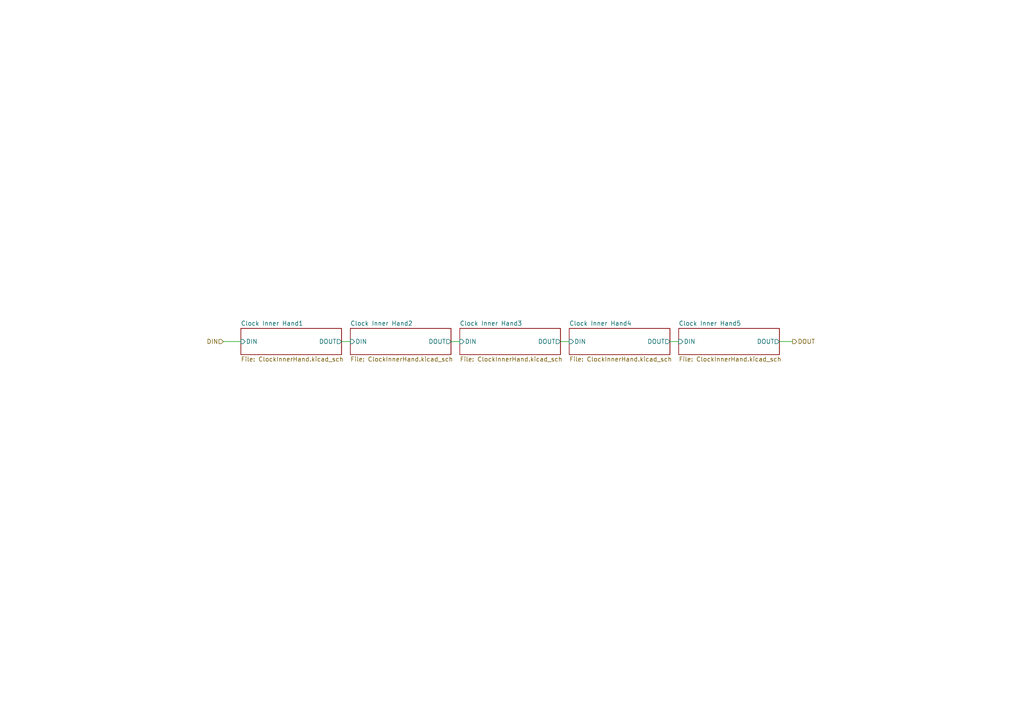
<source format=kicad_sch>
(kicad_sch (version 20230121) (generator eeschema)
  (paper "A4")
  (lib_symbols)
  (wire (pts (xy 64.77 99.06) (xy 69.85 99.06)))
  (wire (pts (xy 162.56 99.06) (xy 165.1 99.06)))
  (wire (pts (xy 194.31 99.06) (xy 196.85 99.06)))
  (wire (pts (xy 99.06 99.06) (xy 101.6 99.06)))
  (wire (pts (xy 226.06 99.06) (xy 229.87 99.06)))
  (wire (pts (xy 130.81 99.06) (xy 133.35 99.06)))
  (hierarchical_label "DIN" (shape input) (at 64.77 99.06 180))
  (hierarchical_label "DOUT" (shape output) (at 229.87 99.06 0))
  (sheet (at 101.6 95.25) (size 29.21 7.62) (stroke (width 0.1524))
    (property "Sheetname" "Clock Inner Hand2" (at 101.6 94.5384 0) (effects (justify left bottom)))
    (property "Sheetfile" "ClockInnerHand.kicad_sch" (at 101.6 103.4546 0) (effects (justify left top)))
    (pin "DIN" input (at 101.6 99.06 180))
    (pin "DOUT" output (at 130.81 99.06 0))
  )
  (sheet (at 165.1 95.25) (size 29.21 7.62) (stroke (width 0.1524))
    (property "Sheetname" "Clock Inner Hand4" (at 165.1 94.5384 0) (effects (justify left bottom)))
    (property "Sheetfile" "ClockInnerHand.kicad_sch" (at 165.1 103.4546 0) (effects (justify left top)))
    (pin "DIN" input (at 165.1 99.06 180))
    (pin "DOUT" output (at 194.31 99.06 0))
  )
  (sheet (at 69.85 95.25) (size 29.21 7.62) (stroke (width 0.1524))
    (property "Sheetname" "Clock Inner Hand1" (at 69.85 94.5384 0) (effects (justify left bottom)))
    (property "Sheetfile" "ClockInnerHand.kicad_sch" (at 69.85 103.4546 0) (effects (justify left top)))
    (pin "DIN" input (at 69.85 99.06 180))
    (pin "DOUT" output (at 99.06 99.06 0))
  )
  (sheet (at 196.85 95.25) (size 29.21 7.62) (stroke (width 0.1524))
    (property "Sheetname" "Clock Inner Hand5" (at 196.85 94.5384 0) (effects (justify left bottom)))
    (property "Sheetfile" "ClockInnerHand.kicad_sch" (at 196.85 103.4546 0) (effects (justify left top)))
    (pin "DIN" input (at 196.85 99.06 180))
    (pin "DOUT" output (at 226.06 99.06 0))
  )
  (sheet (at 133.35 95.25) (size 29.21 7.62) (stroke (width 0.1524))
    (property "Sheetname" "Clock Inner Hand3" (at 133.35 94.5384 0) (effects (justify left bottom)))
    (property "Sheetfile" "ClockInnerHand.kicad_sch" (at 133.35 103.4546 0) (effects (justify left top)))
    (pin "DIN" input (at 133.35 99.06 180))
    (pin "DOUT" output (at 162.56 99.06 0))
  )
)
</source>
